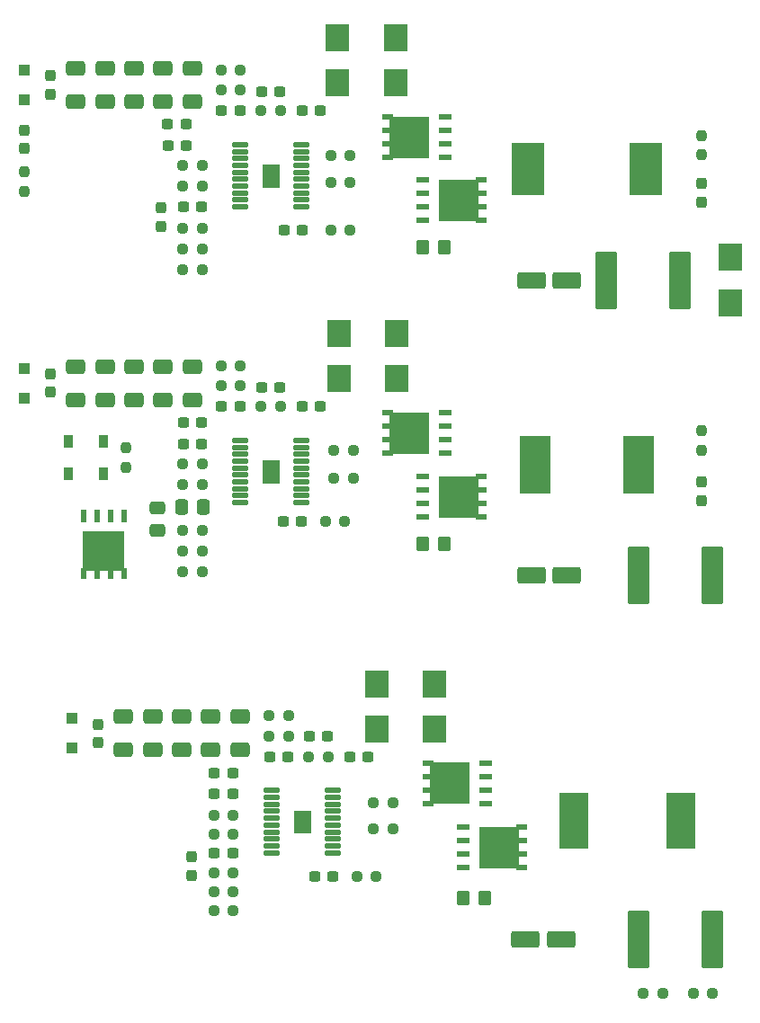
<source format=gbr>
%TF.GenerationSoftware,KiCad,Pcbnew,(6.0.4)*%
%TF.CreationDate,2023-02-06T16:45:10+05:30*%
%TF.ProjectId,CON0100,434f4e30-3130-4302-9e6b-696361645f70,rev?*%
%TF.SameCoordinates,Original*%
%TF.FileFunction,Paste,Top*%
%TF.FilePolarity,Positive*%
%FSLAX46Y46*%
G04 Gerber Fmt 4.6, Leading zero omitted, Abs format (unit mm)*
G04 Created by KiCad (PCBNEW (6.0.4)) date 2023-02-06 16:45:10*
%MOMM*%
%LPD*%
G01*
G04 APERTURE LIST*
G04 Aperture macros list*
%AMRoundRect*
0 Rectangle with rounded corners*
0 $1 Rounding radius*
0 $2 $3 $4 $5 $6 $7 $8 $9 X,Y pos of 4 corners*
0 Add a 4 corners polygon primitive as box body*
4,1,4,$2,$3,$4,$5,$6,$7,$8,$9,$2,$3,0*
0 Add four circle primitives for the rounded corners*
1,1,$1+$1,$2,$3*
1,1,$1+$1,$4,$5*
1,1,$1+$1,$6,$7*
1,1,$1+$1,$8,$9*
0 Add four rect primitives between the rounded corners*
20,1,$1+$1,$2,$3,$4,$5,0*
20,1,$1+$1,$4,$5,$6,$7,0*
20,1,$1+$1,$6,$7,$8,$9,0*
20,1,$1+$1,$8,$9,$2,$3,0*%
G04 Aperture macros list end*
%ADD10C,0.010000*%
%ADD11RoundRect,0.237500X-0.237500X0.250000X-0.237500X-0.250000X0.237500X-0.250000X0.237500X0.250000X0*%
%ADD12R,0.610000X1.020000*%
%ADD13R,3.910000X3.810000*%
%ADD14R,0.610000X1.270000*%
%ADD15R,0.900000X1.200000*%
%ADD16RoundRect,0.237500X-0.250000X-0.237500X0.250000X-0.237500X0.250000X0.237500X-0.250000X0.237500X0*%
%ADD17RoundRect,0.237500X0.237500X-0.287500X0.237500X0.287500X-0.237500X0.287500X-0.237500X-0.287500X0*%
%ADD18RoundRect,0.237500X-0.237500X0.287500X-0.237500X-0.287500X0.237500X-0.287500X0.237500X0.287500X0*%
%ADD19RoundRect,0.237500X0.250000X0.237500X-0.250000X0.237500X-0.250000X-0.237500X0.250000X-0.237500X0*%
%ADD20R,1.270000X0.610000*%
%ADD21R,3.810000X3.910000*%
%ADD22R,1.020000X0.610000*%
%ADD23R,2.300000X2.500000*%
%ADD24RoundRect,0.250000X0.337500X0.475000X-0.337500X0.475000X-0.337500X-0.475000X0.337500X-0.475000X0*%
%ADD25RoundRect,0.250000X-0.650000X0.412500X-0.650000X-0.412500X0.650000X-0.412500X0.650000X0.412500X0*%
%ADD26R,2.900000X5.400000*%
%ADD27RoundRect,0.020500X-0.699500X-0.184500X0.699500X-0.184500X0.699500X0.184500X-0.699500X0.184500X0*%
%ADD28RoundRect,0.237500X-0.300000X-0.237500X0.300000X-0.237500X0.300000X0.237500X-0.300000X0.237500X0*%
%ADD29R,1.100000X1.100000*%
%ADD30RoundRect,0.237500X0.237500X-0.250000X0.237500X0.250000X-0.237500X0.250000X-0.237500X-0.250000X0*%
%ADD31RoundRect,0.250000X1.075000X0.550000X-1.075000X0.550000X-1.075000X-0.550000X1.075000X-0.550000X0*%
%ADD32RoundRect,0.237500X0.300000X0.237500X-0.300000X0.237500X-0.300000X-0.237500X0.300000X-0.237500X0*%
%ADD33RoundRect,0.250000X-0.350000X-0.450000X0.350000X-0.450000X0.350000X0.450000X-0.350000X0.450000X0*%
%ADD34R,2.800000X5.300000*%
%ADD35RoundRect,0.237500X0.237500X-0.300000X0.237500X0.300000X-0.237500X0.300000X-0.237500X-0.300000X0*%
%ADD36RoundRect,0.250001X-0.799999X-2.474999X0.799999X-2.474999X0.799999X2.474999X-0.799999X2.474999X0*%
%ADD37RoundRect,0.250000X0.475000X-0.337500X0.475000X0.337500X-0.475000X0.337500X-0.475000X-0.337500X0*%
%ADD38R,3.100000X5.000000*%
G04 APERTURE END LIST*
%TO.C,U2*%
G36*
X284320000Y-63125000D02*
G01*
X282820000Y-63125000D01*
X282820000Y-61025000D01*
X284320000Y-61025000D01*
X284320000Y-63125000D01*
G37*
D10*
X284320000Y-63125000D02*
X282820000Y-63125000D01*
X282820000Y-61025000D01*
X284320000Y-61025000D01*
X284320000Y-63125000D01*
%TO.C,U4*%
G36*
X287270011Y-123949993D02*
G01*
X285770011Y-123949993D01*
X285770011Y-121849993D01*
X287270011Y-121849993D01*
X287270011Y-123949993D01*
G37*
X287270011Y-123949993D02*
X285770011Y-123949993D01*
X285770011Y-121849993D01*
X287270011Y-121849993D01*
X287270011Y-123949993D01*
%TO.C,U3*%
G36*
X284319993Y-90969993D02*
G01*
X282819993Y-90969993D01*
X282819993Y-88869993D01*
X284319993Y-88869993D01*
X284319993Y-90969993D01*
G37*
X284319993Y-90969993D02*
X282819993Y-90969993D01*
X282819993Y-88869993D01*
X284319993Y-88869993D01*
X284319993Y-90969993D01*
%TD*%
D11*
%TO.C,R2*%
X269947511Y-87682493D03*
X269947511Y-89507493D03*
%TD*%
%TO.C,R1*%
X260372511Y-61724993D03*
X260372511Y-63549993D03*
%TD*%
D12*
%TO.C,Q7*%
X267227511Y-99559993D03*
D13*
X267862511Y-97454993D03*
D12*
X265957511Y-99559993D03*
X269767511Y-99559993D03*
X268497511Y-99559993D03*
D14*
X265957511Y-94094993D03*
X267227511Y-94094993D03*
X268497511Y-94094993D03*
X269767511Y-94094993D03*
%TD*%
D15*
%TO.C,D13*%
X264497511Y-90094993D03*
X267797511Y-90094993D03*
%TD*%
D16*
%TO.C,D12*%
X323350011Y-139094993D03*
X325175011Y-139094993D03*
%TD*%
D17*
%TO.C,D3*%
X260362511Y-59517493D03*
X260362511Y-57767493D03*
%TD*%
D18*
%TO.C,D7*%
X324122511Y-90909993D03*
X324122511Y-92659993D03*
%TD*%
D15*
%TO.C,D2*%
X264497511Y-87094993D03*
X267797511Y-87094993D03*
%TD*%
D19*
%TO.C,R42*%
X280060011Y-127694993D03*
X278235011Y-127694993D03*
%TD*%
D20*
%TO.C,Q5*%
X303817511Y-121199993D03*
X303817511Y-119929993D03*
X303817511Y-118659993D03*
X303817511Y-117389993D03*
D21*
X300457511Y-119294993D03*
D22*
X298352511Y-121199993D03*
X298352511Y-117389993D03*
X298352511Y-118659993D03*
X298352511Y-119929993D03*
%TD*%
D23*
%TO.C,D9*%
X295422511Y-76899991D03*
X295422511Y-81199991D03*
%TD*%
D24*
%TO.C,C24*%
X277247511Y-93264993D03*
X275172511Y-93264993D03*
%TD*%
D19*
%TO.C,R14*%
X291060011Y-67170002D03*
X289235011Y-67170002D03*
%TD*%
D25*
%TO.C,C30*%
X269722511Y-113032493D03*
X269722511Y-116157493D03*
%TD*%
D20*
%TO.C,Q3*%
X300017500Y-88195002D03*
X300017500Y-86925002D03*
X300017500Y-85655002D03*
X300017500Y-84385002D03*
D22*
X294552500Y-88195002D03*
X294552500Y-84385002D03*
X294552500Y-85655002D03*
X294552500Y-86925002D03*
D21*
X296657500Y-86290002D03*
%TD*%
D25*
%TO.C,C4*%
X273422511Y-51957493D03*
X273422511Y-55082493D03*
%TD*%
D19*
%TO.C,R46*%
X280060011Y-129494993D03*
X278235011Y-129494993D03*
%TD*%
D18*
%TO.C,D8*%
X324122511Y-62794993D03*
X324122511Y-64544993D03*
%TD*%
D25*
%TO.C,C2*%
X267972511Y-51957493D03*
X267972511Y-55082493D03*
%TD*%
D26*
%TO.C,L2*%
X308507500Y-89290002D03*
X318207500Y-89290002D03*
%TD*%
D27*
%TO.C,U2*%
X280685000Y-59150000D03*
X280685000Y-59800000D03*
X280685000Y-60450000D03*
X280685000Y-61100000D03*
X280685000Y-61750000D03*
X280685000Y-62400000D03*
X280685000Y-63050000D03*
X280685000Y-63700000D03*
X280685000Y-64350000D03*
X280685000Y-65000000D03*
X286455000Y-65000000D03*
X286455000Y-64350000D03*
X286455000Y-63700000D03*
X286455000Y-63050000D03*
X286455000Y-62400000D03*
X286455000Y-61750000D03*
X286455000Y-61100000D03*
X286455000Y-60450000D03*
X286455000Y-59800000D03*
X286455000Y-59150000D03*
%TD*%
D17*
%TO.C,F1*%
X262822511Y-54394993D03*
X262822511Y-52644993D03*
%TD*%
D28*
%TO.C,C42*%
X291035011Y-116794993D03*
X292760011Y-116794993D03*
%TD*%
D16*
%TO.C,R10*%
X275297511Y-63074993D03*
X277122511Y-63074993D03*
%TD*%
D29*
%TO.C,D6*%
X260347511Y-80189995D03*
X260347511Y-82989995D03*
%TD*%
D27*
%TO.C,U4*%
X283635011Y-119974993D03*
X283635011Y-120624993D03*
X283635011Y-121274993D03*
X283635011Y-121924993D03*
X283635011Y-122574993D03*
X283635011Y-123224993D03*
X283635011Y-123874993D03*
X283635011Y-124524993D03*
X283635011Y-125174993D03*
X283635011Y-125824993D03*
X289405011Y-125824993D03*
X289405011Y-125174993D03*
X289405011Y-124524993D03*
X289405011Y-123874993D03*
X289405011Y-123224993D03*
X289405011Y-122574993D03*
X289405011Y-121924993D03*
X289405011Y-121274993D03*
X289405011Y-120624993D03*
X289405011Y-119974993D03*
%TD*%
D28*
%TO.C,C13*%
X286535011Y-55919993D03*
X288260011Y-55919993D03*
%TD*%
D19*
%TO.C,R29*%
X277122511Y-97414993D03*
X275297511Y-97414993D03*
%TD*%
D17*
%TO.C,F3*%
X262822511Y-82464995D03*
X262822511Y-80714995D03*
%TD*%
D30*
%TO.C,R35*%
X324122511Y-87927495D03*
X324122511Y-86102495D03*
%TD*%
D28*
%TO.C,C10*%
X273897511Y-59219993D03*
X275622511Y-59219993D03*
%TD*%
D31*
%TO.C,C29*%
X311457500Y-99740002D03*
X308107500Y-99740002D03*
%TD*%
D16*
%TO.C,R30*%
X289235011Y-60119993D03*
X291060011Y-60119993D03*
%TD*%
D32*
%TO.C,C20*%
X280685011Y-83764995D03*
X278960011Y-83764995D03*
%TD*%
D25*
%TO.C,C5*%
X276222511Y-51957493D03*
X276222511Y-55082493D03*
%TD*%
D16*
%TO.C,R11*%
X275297511Y-61119993D03*
X277122511Y-61119993D03*
%TD*%
D33*
%TO.C,R33*%
X297922511Y-96744993D03*
X299922511Y-96744993D03*
%TD*%
D16*
%TO.C,R39*%
X318655011Y-139094993D03*
X320480011Y-139094993D03*
%TD*%
%TO.C,R27*%
X275297511Y-89214993D03*
X277122511Y-89214993D03*
%TD*%
D25*
%TO.C,C15*%
X265222511Y-80027495D03*
X265222511Y-83152495D03*
%TD*%
D20*
%TO.C,Q4*%
X297912500Y-90399995D03*
X297912500Y-91669995D03*
X297912500Y-92939995D03*
X297912500Y-94209995D03*
D22*
X303377500Y-94209995D03*
X303377500Y-91669995D03*
D21*
X301272500Y-92304995D03*
D22*
X303377500Y-90399995D03*
X303377500Y-92939995D03*
%TD*%
D25*
%TO.C,C19*%
X276222511Y-80027495D03*
X276222511Y-83152495D03*
%TD*%
%TO.C,C1*%
X265222511Y-51957493D03*
X265222511Y-55082493D03*
%TD*%
%TO.C,C17*%
X270722511Y-80027495D03*
X270722511Y-83152495D03*
%TD*%
D16*
%TO.C,R7*%
X278910011Y-52094993D03*
X280735011Y-52094993D03*
%TD*%
D34*
%TO.C,L3*%
X312097511Y-122794993D03*
X322197511Y-122794993D03*
%TD*%
D16*
%TO.C,R43*%
X278235011Y-124094993D03*
X280060011Y-124094993D03*
%TD*%
D25*
%TO.C,C3*%
X270722511Y-51957493D03*
X270722511Y-55082493D03*
%TD*%
D17*
%TO.C,F6*%
X267322511Y-115469993D03*
X267322511Y-113719993D03*
%TD*%
D20*
%TO.C,Q6*%
X301712511Y-123439993D03*
X301712511Y-124709993D03*
X301712511Y-125979993D03*
X301712511Y-127249993D03*
D22*
X307177511Y-124709993D03*
X307177511Y-123439993D03*
D21*
X305072511Y-125344993D03*
D22*
X307177511Y-127249993D03*
X307177511Y-125979993D03*
%TD*%
D35*
%TO.C,C36*%
X276097511Y-127957493D03*
X276097511Y-126232493D03*
%TD*%
D16*
%TO.C,R23*%
X278910011Y-79939995D03*
X280735011Y-79939995D03*
%TD*%
D23*
%TO.C,D19*%
X326822511Y-74045000D03*
X326822511Y-69745000D03*
%TD*%
%TO.C,D15*%
X293572511Y-114219993D03*
X293572511Y-109919993D03*
%TD*%
%TO.C,D5*%
X289872511Y-53344993D03*
X289872511Y-49044993D03*
%TD*%
%TO.C,D4*%
X295322511Y-49044993D03*
X295322511Y-53344993D03*
%TD*%
D16*
%TO.C,R56*%
X293235011Y-121094993D03*
X295060011Y-121094993D03*
%TD*%
D30*
%TO.C,R20*%
X324122511Y-60082493D03*
X324122511Y-58257493D03*
%TD*%
D19*
%TO.C,R13*%
X277122511Y-68939993D03*
X275297511Y-68939993D03*
%TD*%
D35*
%TO.C,C7*%
X273210011Y-66832493D03*
X273210011Y-65107493D03*
%TD*%
D23*
%TO.C,D10*%
X289972511Y-81199991D03*
X289972511Y-76899991D03*
%TD*%
D28*
%TO.C,C38*%
X278285011Y-118294993D03*
X280010011Y-118294993D03*
%TD*%
D32*
%TO.C,C35*%
X285185011Y-116794993D03*
X283460011Y-116794993D03*
%TD*%
D16*
%TO.C,R57*%
X293235011Y-123544993D03*
X295060011Y-123544993D03*
%TD*%
%TO.C,R28*%
X275297511Y-99364993D03*
X277122511Y-99364993D03*
%TD*%
D19*
%TO.C,R8*%
X280735011Y-54007493D03*
X278910011Y-54007493D03*
%TD*%
D16*
%TO.C,R48*%
X287160011Y-116794993D03*
X288985011Y-116794993D03*
%TD*%
D25*
%TO.C,C33*%
X277922511Y-113032493D03*
X277922511Y-116157493D03*
%TD*%
D36*
%TO.C,F2*%
X315172511Y-71895000D03*
X322122511Y-71895000D03*
%TD*%
D28*
%TO.C,C22*%
X275347511Y-85289993D03*
X277072511Y-85289993D03*
%TD*%
D37*
%TO.C,C21*%
X272872511Y-95427495D03*
X272872511Y-93352495D03*
%TD*%
D16*
%TO.C,R53*%
X289235011Y-62719993D03*
X291060011Y-62719993D03*
%TD*%
%TO.C,R12*%
X275297511Y-70894993D03*
X277122511Y-70894993D03*
%TD*%
D36*
%TO.C,F5*%
X318217511Y-134019993D03*
X325167511Y-134019993D03*
%TD*%
D25*
%TO.C,C18*%
X273422511Y-80027495D03*
X273422511Y-83152495D03*
%TD*%
D19*
%TO.C,R24*%
X280735011Y-81852495D03*
X278910011Y-81852495D03*
%TD*%
D28*
%TO.C,C9*%
X273872511Y-57194993D03*
X275597511Y-57194993D03*
%TD*%
D27*
%TO.C,U3*%
X280684993Y-86994993D03*
X280684993Y-87644993D03*
X280684993Y-88294993D03*
X280684993Y-88944993D03*
X280684993Y-89594993D03*
X280684993Y-90244993D03*
X280684993Y-90894993D03*
X280684993Y-91544993D03*
X280684993Y-92194993D03*
X280684993Y-92844993D03*
X286454993Y-92844993D03*
X286454993Y-92194993D03*
X286454993Y-91544993D03*
X286454993Y-90894993D03*
X286454993Y-90244993D03*
X286454993Y-89594993D03*
X286454993Y-88944993D03*
X286454993Y-88294993D03*
X286454993Y-87644993D03*
X286454993Y-86994993D03*
%TD*%
D19*
%TO.C,R47*%
X293510011Y-128094993D03*
X291685011Y-128094993D03*
%TD*%
D32*
%TO.C,C12*%
X284435011Y-54119993D03*
X282710011Y-54119993D03*
%TD*%
D19*
%TO.C,R9*%
X277122511Y-66984993D03*
X275297511Y-66984993D03*
%TD*%
%TO.C,R41*%
X285235011Y-114844993D03*
X283410011Y-114844993D03*
%TD*%
D28*
%TO.C,C37*%
X278285011Y-125894993D03*
X280010011Y-125894993D03*
%TD*%
D32*
%TO.C,C26*%
X286460011Y-94639995D03*
X284735011Y-94639995D03*
%TD*%
D38*
%TO.C,L1*%
X307807500Y-61445000D03*
X318907500Y-61445000D03*
%TD*%
D16*
%TO.C,R45*%
X278235011Y-131294993D03*
X280060011Y-131294993D03*
%TD*%
D32*
%TO.C,C11*%
X286535011Y-67169993D03*
X284810011Y-67169993D03*
%TD*%
D19*
%TO.C,R31*%
X290560011Y-94639995D03*
X288735011Y-94639995D03*
%TD*%
D25*
%TO.C,C34*%
X280722511Y-113032493D03*
X280722511Y-116157493D03*
%TD*%
%TO.C,C32*%
X275222511Y-113032493D03*
X275222511Y-116157493D03*
%TD*%
D28*
%TO.C,C23*%
X275347511Y-87314993D03*
X277072511Y-87314993D03*
%TD*%
D33*
%TO.C,R49*%
X301722511Y-130094993D03*
X303722511Y-130094993D03*
%TD*%
%TO.C,R16*%
X297922511Y-68820000D03*
X299922511Y-68820000D03*
%TD*%
D23*
%TO.C,D14*%
X299022511Y-109919993D03*
X299022511Y-114219993D03*
%TD*%
D16*
%TO.C,R15*%
X282672511Y-55919993D03*
X284497511Y-55919993D03*
%TD*%
D28*
%TO.C,C39*%
X278285011Y-120294993D03*
X280010011Y-120294993D03*
%TD*%
D31*
%TO.C,C43*%
X310897511Y-134019993D03*
X307547511Y-134019993D03*
%TD*%
D16*
%TO.C,R26*%
X275297511Y-91164993D03*
X277122511Y-91164993D03*
%TD*%
D29*
%TO.C,D11*%
X264847511Y-113194993D03*
X264847511Y-115994993D03*
%TD*%
D32*
%TO.C,C6*%
X280685011Y-55919993D03*
X278960011Y-55919993D03*
%TD*%
D28*
%TO.C,C8*%
X275347511Y-65029993D03*
X277072511Y-65029993D03*
%TD*%
D16*
%TO.C,R40*%
X283410011Y-112939993D03*
X285235011Y-112939993D03*
%TD*%
D32*
%TO.C,C41*%
X288935011Y-114844993D03*
X287210011Y-114844993D03*
%TD*%
D25*
%TO.C,C31*%
X272472511Y-113032493D03*
X272472511Y-116157493D03*
%TD*%
D32*
%TO.C,C27*%
X284435011Y-81964995D03*
X282710011Y-81964995D03*
%TD*%
D25*
%TO.C,C16*%
X267972511Y-80027495D03*
X267972511Y-83152495D03*
%TD*%
D16*
%TO.C,R32*%
X282660011Y-83764995D03*
X284485011Y-83764995D03*
%TD*%
%TO.C,R44*%
X278235011Y-122294993D03*
X280060011Y-122294993D03*
%TD*%
D29*
%TO.C,D1*%
X260347511Y-52137493D03*
X260347511Y-54937493D03*
%TD*%
D16*
%TO.C,R54*%
X289535011Y-87964995D03*
X291360011Y-87964995D03*
%TD*%
D20*
%TO.C,Q2*%
X297912500Y-62490000D03*
X297912500Y-63760000D03*
X297912500Y-65030000D03*
X297912500Y-66300000D03*
D22*
X303377500Y-63760000D03*
D21*
X301272500Y-64395000D03*
D22*
X303377500Y-65030000D03*
X303377500Y-66300000D03*
X303377500Y-62490000D03*
%TD*%
D28*
%TO.C,C28*%
X286535011Y-83764995D03*
X288260011Y-83764995D03*
%TD*%
D36*
%TO.C,F4*%
X318217511Y-99740002D03*
X325167511Y-99740002D03*
%TD*%
D32*
%TO.C,C40*%
X289410011Y-128094993D03*
X287685011Y-128094993D03*
%TD*%
D16*
%TO.C,R55*%
X289535011Y-90564995D03*
X291360011Y-90564995D03*
%TD*%
D19*
%TO.C,R25*%
X277122511Y-95494993D03*
X275297511Y-95494993D03*
%TD*%
D20*
%TO.C,Q1*%
X300017500Y-60350000D03*
X300017500Y-59080000D03*
X300017500Y-57810000D03*
X300017500Y-56540000D03*
D22*
X294552500Y-59080000D03*
D21*
X296657500Y-58445000D03*
D22*
X294552500Y-60350000D03*
X294552500Y-56540000D03*
X294552500Y-57810000D03*
%TD*%
D31*
%TO.C,C14*%
X311457500Y-71895000D03*
X308107500Y-71895000D03*
%TD*%
M02*

</source>
